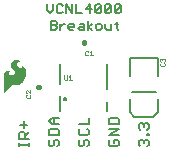
<source format=gbr>
G04 EAGLE Gerber RS-274X export*
G75*
%MOMM*%
%FSLAX34Y34*%
%LPD*%
%INSilkscreen Top*%
%IPPOS*%
%AMOC8*
5,1,8,0,0,1.08239X$1,22.5*%
G01*
%ADD10C,0.127000*%
%ADD11C,0.152400*%
%ADD12C,0.177800*%
%ADD13C,0.025400*%
%ADD14C,0.406400*%
%ADD15C,0.203200*%

G36*
X8900Y71021D02*
X8900Y71021D01*
X8904Y71019D01*
X8974Y71055D01*
X8984Y71060D01*
X8985Y71061D01*
X13857Y76543D01*
X14711Y77325D01*
X15701Y77914D01*
X16052Y78041D01*
X16420Y78106D01*
X18695Y78106D01*
X18700Y78108D01*
X18706Y78106D01*
X20070Y78230D01*
X20080Y78236D01*
X20092Y78234D01*
X21411Y78602D01*
X21419Y78610D01*
X21432Y78611D01*
X22662Y79211D01*
X22669Y79218D01*
X22680Y79221D01*
X23837Y80038D01*
X23842Y80046D01*
X23851Y80049D01*
X24882Y81021D01*
X24885Y81029D01*
X24891Y81031D01*
X24892Y81033D01*
X24894Y81034D01*
X25779Y82141D01*
X25781Y82151D01*
X25790Y82158D01*
X26737Y83839D01*
X26738Y83850D01*
X26746Y83860D01*
X27374Y85684D01*
X27373Y85695D01*
X27380Y85706D01*
X27668Y87613D01*
X27665Y87624D01*
X27670Y87636D01*
X27668Y87688D01*
X27660Y87940D01*
X27656Y88066D01*
X27656Y88067D01*
X27648Y88319D01*
X27640Y88572D01*
X27636Y88698D01*
X27628Y88950D01*
X27617Y89329D01*
X27609Y89564D01*
X27605Y89573D01*
X27607Y89585D01*
X27400Y90624D01*
X27395Y90632D01*
X27395Y90643D01*
X27037Y91640D01*
X27031Y91647D01*
X27030Y91658D01*
X26528Y92592D01*
X26519Y92599D01*
X26516Y92611D01*
X25609Y93748D01*
X25598Y93754D01*
X25591Y93767D01*
X24465Y94688D01*
X24422Y94700D01*
X24381Y94716D01*
X24376Y94714D01*
X24370Y94715D01*
X24332Y94694D01*
X24292Y94675D01*
X24289Y94669D01*
X24285Y94667D01*
X24277Y94638D01*
X24259Y94590D01*
X24259Y93710D01*
X24243Y93590D01*
X24199Y93487D01*
X23925Y93147D01*
X23564Y92899D01*
X23390Y92834D01*
X22852Y92776D01*
X22322Y92874D01*
X21834Y93123D01*
X20932Y93774D01*
X20520Y94128D01*
X20169Y94538D01*
X19886Y94996D01*
X19680Y95490D01*
X19621Y95790D01*
X19633Y96093D01*
X19790Y96612D01*
X20076Y97072D01*
X20471Y97442D01*
X20952Y97697D01*
X21442Y97836D01*
X21953Y97893D01*
X22556Y97893D01*
X22557Y97893D01*
X22579Y97902D01*
X22647Y97931D01*
X22682Y98023D01*
X22678Y98032D01*
X22644Y98108D01*
X22642Y98111D01*
X22641Y98112D01*
X22640Y98113D01*
X22619Y98133D01*
X22612Y98136D01*
X22608Y98144D01*
X22173Y98482D01*
X22158Y98486D01*
X22146Y98498D01*
X21642Y98719D01*
X21641Y98719D01*
X21285Y98871D01*
X21057Y98972D01*
X21047Y98973D01*
X21037Y98979D01*
X20159Y99199D01*
X20150Y99198D01*
X20140Y99202D01*
X19240Y99288D01*
X19230Y99284D01*
X19218Y99288D01*
X18350Y99222D01*
X18339Y99216D01*
X18326Y99217D01*
X17486Y98986D01*
X17476Y98978D01*
X17463Y98977D01*
X16683Y98589D01*
X16676Y98581D01*
X16665Y98578D01*
X15888Y98018D01*
X15884Y98011D01*
X15875Y98007D01*
X15179Y97349D01*
X15174Y97338D01*
X15163Y97330D01*
X14732Y96727D01*
X14729Y96712D01*
X14717Y96699D01*
X14450Y96007D01*
X14450Y95991D01*
X14442Y95976D01*
X14355Y95239D01*
X14360Y95224D01*
X14356Y95207D01*
X14455Y94472D01*
X14463Y94459D01*
X14463Y94442D01*
X14743Y93754D01*
X14752Y93745D01*
X14755Y93731D01*
X15942Y91973D01*
X15950Y91968D01*
X15954Y91957D01*
X17407Y90416D01*
X17777Y89981D01*
X18017Y89478D01*
X18119Y88930D01*
X18076Y88374D01*
X17890Y87849D01*
X17575Y87389D01*
X17150Y87024D01*
X16607Y86731D01*
X16021Y86533D01*
X15411Y86436D01*
X14700Y86471D01*
X14022Y86678D01*
X13416Y87043D01*
X13103Y87371D01*
X12897Y87775D01*
X12804Y88191D01*
X12804Y88619D01*
X12897Y89034D01*
X12969Y89172D01*
X13087Y89286D01*
X13911Y89885D01*
X14044Y89956D01*
X14182Y89984D01*
X14340Y89968D01*
X14383Y89982D01*
X14428Y89993D01*
X14430Y89997D01*
X14434Y89998D01*
X14454Y90039D01*
X14477Y90078D01*
X14476Y90082D01*
X14478Y90086D01*
X14463Y90129D01*
X14450Y90173D01*
X14447Y90175D01*
X14446Y90179D01*
X14408Y90198D01*
X14372Y90219D01*
X13889Y90295D01*
X13884Y90294D01*
X13879Y90296D01*
X12939Y90369D01*
X12930Y90366D01*
X12919Y90369D01*
X11979Y90296D01*
X11969Y90291D01*
X11957Y90292D01*
X11258Y90108D01*
X11248Y90100D01*
X11234Y90099D01*
X10586Y89778D01*
X10578Y89769D01*
X10564Y89765D01*
X9994Y89320D01*
X9988Y89309D01*
X9976Y89303D01*
X9506Y88753D01*
X9502Y88741D01*
X9491Y88732D01*
X9090Y88000D01*
X9089Y87987D01*
X9080Y87976D01*
X8840Y87177D01*
X8841Y87164D01*
X8835Y87151D01*
X8765Y86320D01*
X8767Y86314D01*
X8765Y86309D01*
X8765Y71145D01*
X8767Y71140D01*
X8765Y71136D01*
X8786Y71096D01*
X8803Y71054D01*
X8808Y71053D01*
X8810Y71048D01*
X8853Y71035D01*
X8895Y71019D01*
X8900Y71021D01*
G37*
D10*
X45085Y146692D02*
X45085Y141607D01*
X47627Y139065D01*
X50169Y141607D01*
X50169Y146692D01*
X57084Y146692D02*
X58355Y145420D01*
X57084Y146692D02*
X54542Y146692D01*
X53271Y145420D01*
X53271Y140336D01*
X54542Y139065D01*
X57084Y139065D01*
X58355Y140336D01*
X61457Y139065D02*
X61457Y146692D01*
X66541Y139065D01*
X66541Y146692D01*
X69642Y146692D02*
X69642Y139065D01*
X74727Y139065D01*
X81641Y139065D02*
X81641Y146692D01*
X77828Y142878D01*
X82912Y142878D01*
X86014Y140336D02*
X86014Y145420D01*
X87285Y146692D01*
X89827Y146692D01*
X91098Y145420D01*
X91098Y140336D01*
X89827Y139065D01*
X87285Y139065D01*
X86014Y140336D01*
X91098Y145420D01*
X94200Y145420D02*
X94200Y140336D01*
X94200Y145420D02*
X95471Y146692D01*
X98013Y146692D01*
X99284Y145420D01*
X99284Y140336D01*
X98013Y139065D01*
X95471Y139065D01*
X94200Y140336D01*
X99284Y145420D01*
X102385Y145420D02*
X102385Y140336D01*
X102385Y145420D02*
X103657Y146692D01*
X106199Y146692D01*
X107470Y145420D01*
X107470Y140336D01*
X106199Y139065D01*
X103657Y139065D01*
X102385Y140336D01*
X107470Y145420D01*
X48260Y132722D02*
X48260Y125095D01*
X48260Y132722D02*
X52073Y132722D01*
X53344Y131450D01*
X53344Y130179D01*
X52073Y128908D01*
X53344Y127637D01*
X53344Y126366D01*
X52073Y125095D01*
X48260Y125095D01*
X48260Y128908D02*
X52073Y128908D01*
X56446Y130179D02*
X56446Y125095D01*
X56446Y127637D02*
X58988Y130179D01*
X60259Y130179D01*
X64538Y125095D02*
X67081Y125095D01*
X64538Y125095D02*
X63267Y126366D01*
X63267Y128908D01*
X64538Y130179D01*
X67081Y130179D01*
X68352Y128908D01*
X68352Y127637D01*
X63267Y127637D01*
X72724Y130179D02*
X75266Y130179D01*
X76537Y128908D01*
X76537Y125095D01*
X72724Y125095D01*
X71453Y126366D01*
X72724Y127637D01*
X76537Y127637D01*
X79639Y125095D02*
X79639Y132722D01*
X79639Y127637D02*
X83452Y125095D01*
X79639Y127637D02*
X83452Y130179D01*
X87731Y125095D02*
X90274Y125095D01*
X91545Y126366D01*
X91545Y128908D01*
X90274Y130179D01*
X87731Y130179D01*
X86460Y128908D01*
X86460Y126366D01*
X87731Y125095D01*
X94646Y126366D02*
X94646Y130179D01*
X94646Y126366D02*
X95917Y125095D01*
X99730Y125095D01*
X99730Y130179D01*
X104103Y131450D02*
X104103Y126366D01*
X105374Y125095D01*
X105374Y130179D02*
X102832Y130179D01*
D11*
X29718Y29043D02*
X29718Y26162D01*
X29718Y27603D02*
X21075Y27603D01*
X21075Y29043D02*
X21075Y26162D01*
X21075Y32399D02*
X29718Y32399D01*
X21075Y32399D02*
X21075Y36720D01*
X22515Y38161D01*
X25396Y38161D01*
X26837Y36720D01*
X26837Y32399D01*
X26837Y35280D02*
X29718Y38161D01*
X25396Y41754D02*
X25396Y47516D01*
X22515Y44635D02*
X28277Y44635D01*
X46475Y30484D02*
X47915Y31924D01*
X46475Y30484D02*
X46475Y27603D01*
X47915Y26162D01*
X49356Y26162D01*
X50796Y27603D01*
X50796Y30484D01*
X52237Y31924D01*
X53677Y31924D01*
X55118Y30484D01*
X55118Y27603D01*
X53677Y26162D01*
X55118Y35517D02*
X46475Y35517D01*
X55118Y35517D02*
X55118Y39839D01*
X53677Y41279D01*
X47915Y41279D01*
X46475Y39839D01*
X46475Y35517D01*
X49356Y44872D02*
X55118Y44872D01*
X49356Y44872D02*
X46475Y47754D01*
X49356Y50635D01*
X55118Y50635D01*
X50796Y50635D02*
X50796Y44872D01*
X71875Y30484D02*
X73315Y31924D01*
X71875Y30484D02*
X71875Y27603D01*
X73315Y26162D01*
X74756Y26162D01*
X76196Y27603D01*
X76196Y30484D01*
X77637Y31924D01*
X79077Y31924D01*
X80518Y30484D01*
X80518Y27603D01*
X79077Y26162D01*
X71875Y39839D02*
X73315Y41279D01*
X71875Y39839D02*
X71875Y36958D01*
X73315Y35517D01*
X79077Y35517D01*
X80518Y36958D01*
X80518Y39839D01*
X79077Y41279D01*
X80518Y44872D02*
X71875Y44872D01*
X80518Y44872D02*
X80518Y50635D01*
X98715Y31924D02*
X97275Y30484D01*
X97275Y27603D01*
X98715Y26162D01*
X104477Y26162D01*
X105918Y27603D01*
X105918Y30484D01*
X104477Y31924D01*
X101596Y31924D01*
X101596Y29043D01*
X97275Y35517D02*
X105918Y35517D01*
X105918Y41279D02*
X97275Y35517D01*
X97275Y41279D02*
X105918Y41279D01*
X105918Y44872D02*
X97275Y44872D01*
X105918Y44872D02*
X105918Y49194D01*
X104477Y50635D01*
X98715Y50635D01*
X97275Y49194D01*
X97275Y44872D01*
X122675Y27603D02*
X124115Y26162D01*
X122675Y27603D02*
X122675Y30484D01*
X124115Y31924D01*
X125556Y31924D01*
X126996Y30484D01*
X126996Y29043D01*
X126996Y30484D02*
X128437Y31924D01*
X129877Y31924D01*
X131318Y30484D01*
X131318Y27603D01*
X129877Y26162D01*
X129877Y35517D02*
X131318Y35517D01*
X129877Y35517D02*
X129877Y36958D01*
X131318Y36958D01*
X131318Y35517D01*
X124115Y40195D02*
X122675Y41635D01*
X122675Y44516D01*
X124115Y45957D01*
X125556Y45957D01*
X126996Y44516D01*
X126996Y43076D01*
X126996Y44516D02*
X128437Y45957D01*
X129877Y45957D01*
X131318Y44516D01*
X131318Y41635D01*
X129877Y40195D01*
D12*
X56450Y79450D02*
X56450Y95950D01*
X95950Y95950D02*
X95950Y74450D01*
X56450Y68950D02*
X56450Y56450D01*
X95950Y56450D02*
X95950Y63950D01*
D10*
X59152Y66500D02*
X59154Y66561D01*
X59160Y66622D01*
X59170Y66683D01*
X59184Y66743D01*
X59201Y66802D01*
X59223Y66859D01*
X59248Y66915D01*
X59276Y66970D01*
X59309Y67022D01*
X59344Y67072D01*
X59383Y67120D01*
X59424Y67165D01*
X59469Y67207D01*
X59516Y67247D01*
X59565Y67283D01*
X59617Y67316D01*
X59671Y67345D01*
X59727Y67371D01*
X59784Y67394D01*
X59842Y67412D01*
X59902Y67427D01*
X59962Y67438D01*
X60023Y67445D01*
X60085Y67448D01*
X60146Y67447D01*
X60207Y67442D01*
X60268Y67433D01*
X60328Y67420D01*
X60387Y67403D01*
X60445Y67383D01*
X60501Y67359D01*
X60556Y67331D01*
X60609Y67300D01*
X60660Y67265D01*
X60708Y67227D01*
X60754Y67186D01*
X60797Y67143D01*
X60837Y67096D01*
X60874Y67047D01*
X60908Y66996D01*
X60938Y66943D01*
X60965Y66887D01*
X60988Y66831D01*
X61008Y66772D01*
X61024Y66713D01*
X61036Y66653D01*
X61044Y66592D01*
X61048Y66531D01*
X61048Y66469D01*
X61044Y66408D01*
X61036Y66347D01*
X61024Y66287D01*
X61008Y66228D01*
X60988Y66169D01*
X60965Y66113D01*
X60938Y66057D01*
X60908Y66004D01*
X60874Y65953D01*
X60837Y65904D01*
X60797Y65857D01*
X60754Y65814D01*
X60708Y65773D01*
X60660Y65735D01*
X60609Y65700D01*
X60556Y65669D01*
X60501Y65641D01*
X60445Y65617D01*
X60387Y65597D01*
X60328Y65580D01*
X60268Y65567D01*
X60207Y65558D01*
X60146Y65553D01*
X60085Y65552D01*
X60023Y65555D01*
X59962Y65562D01*
X59902Y65573D01*
X59842Y65588D01*
X59784Y65606D01*
X59727Y65629D01*
X59671Y65655D01*
X59617Y65684D01*
X59565Y65717D01*
X59516Y65753D01*
X59469Y65793D01*
X59424Y65835D01*
X59383Y65880D01*
X59344Y65928D01*
X59309Y65978D01*
X59276Y66030D01*
X59248Y66085D01*
X59223Y66141D01*
X59201Y66198D01*
X59184Y66257D01*
X59170Y66317D01*
X59160Y66378D01*
X59154Y66439D01*
X59152Y66500D01*
D13*
X59817Y83313D02*
X59817Y86490D01*
X59817Y83313D02*
X60453Y82677D01*
X61724Y82677D01*
X62359Y83313D01*
X62359Y86490D01*
X63559Y85219D02*
X64830Y86490D01*
X64830Y82677D01*
X63559Y82677D02*
X66101Y82677D01*
D14*
X76200Y113995D02*
X76200Y114605D01*
D13*
X79639Y107191D02*
X80275Y106556D01*
X79639Y107191D02*
X78368Y107191D01*
X77733Y106556D01*
X77733Y104014D01*
X78368Y103378D01*
X79639Y103378D01*
X80275Y104014D01*
X81475Y105920D02*
X82746Y107191D01*
X82746Y103378D01*
X81475Y103378D02*
X84017Y103378D01*
D14*
X38405Y76200D02*
X37795Y76200D01*
D13*
X27810Y69979D02*
X27175Y69344D01*
X27175Y68073D01*
X27810Y67437D01*
X30352Y67437D01*
X30988Y68073D01*
X30988Y69344D01*
X30352Y69979D01*
X30988Y71179D02*
X30988Y73721D01*
X30988Y71179D02*
X28446Y73721D01*
X27810Y73721D01*
X27175Y73086D01*
X27175Y71815D01*
X27810Y71179D01*
D15*
X115000Y86200D02*
X115000Y101200D01*
X139000Y101200D01*
X139000Y86200D01*
X115000Y66200D02*
X115000Y55200D01*
X119000Y51200D01*
X135000Y51200D01*
X139000Y55200D01*
X139000Y66200D01*
D10*
X137160Y72390D02*
X116840Y72390D01*
D13*
X140934Y96149D02*
X141569Y96785D01*
X140934Y96149D02*
X140934Y94878D01*
X141569Y94243D01*
X144111Y94243D01*
X144747Y94878D01*
X144747Y96149D01*
X144111Y96785D01*
X141569Y97985D02*
X140934Y98620D01*
X140934Y99892D01*
X141569Y100527D01*
X142205Y100527D01*
X142840Y99892D01*
X142840Y99256D01*
X142840Y99892D02*
X143476Y100527D01*
X144111Y100527D01*
X144747Y99892D01*
X144747Y98620D01*
X144111Y97985D01*
M02*

</source>
